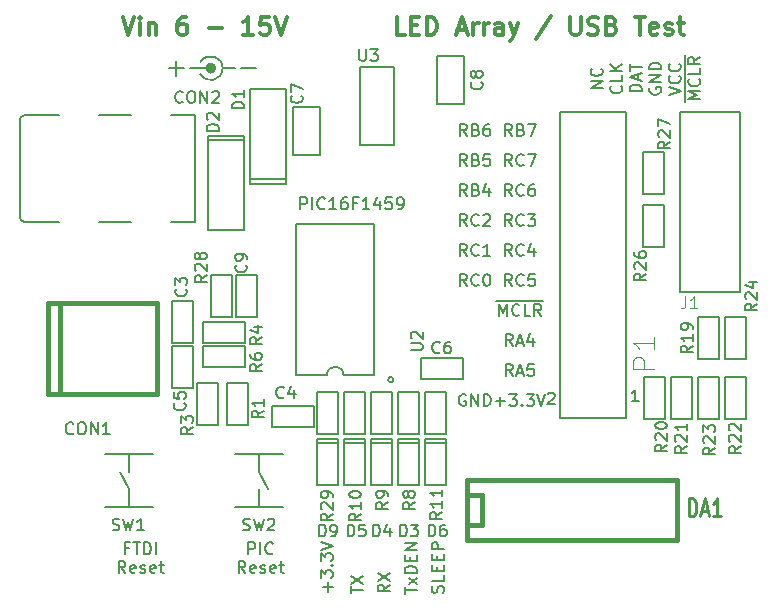
<source format=gto>
G04 (created by PCBNEW (2013-07-07 BZR 4022)-stable) date 3/3/2015 11:44:30 PM*
%MOIN*%
G04 Gerber Fmt 3.4, Leading zero omitted, Abs format*
%FSLAX34Y34*%
G01*
G70*
G90*
G04 APERTURE LIST*
%ADD10C,0.00590551*%
%ADD11C,0.006*%
%ADD12C,0.00787402*%
%ADD13C,0.015*%
%ADD14C,0.011811*%
%ADD15C,0.008*%
%ADD16C,0.0035*%
%ADD17C,0.01125*%
%ADD18C,0.012*%
G04 APERTURE END LIST*
G54D10*
G54D11*
X51911Y-39045D02*
X51511Y-39045D01*
X51797Y-38911D01*
X51511Y-38778D01*
X51911Y-38778D01*
X51873Y-38359D02*
X51892Y-38378D01*
X51911Y-38435D01*
X51911Y-38473D01*
X51892Y-38530D01*
X51854Y-38569D01*
X51816Y-38588D01*
X51740Y-38607D01*
X51683Y-38607D01*
X51607Y-38588D01*
X51569Y-38569D01*
X51530Y-38530D01*
X51511Y-38473D01*
X51511Y-38435D01*
X51530Y-38378D01*
X51550Y-38359D01*
X51911Y-37997D02*
X51911Y-38188D01*
X51511Y-38188D01*
X51911Y-37635D02*
X51721Y-37769D01*
X51911Y-37864D02*
X51511Y-37864D01*
X51511Y-37711D01*
X51530Y-37673D01*
X51550Y-37654D01*
X51588Y-37635D01*
X51645Y-37635D01*
X51683Y-37654D01*
X51702Y-37673D01*
X51721Y-37711D01*
X51721Y-37864D01*
X51420Y-39140D02*
X51420Y-37559D01*
X50861Y-38883D02*
X51261Y-38749D01*
X50861Y-38616D01*
X51223Y-38254D02*
X51242Y-38273D01*
X51261Y-38330D01*
X51261Y-38369D01*
X51242Y-38426D01*
X51204Y-38464D01*
X51166Y-38483D01*
X51090Y-38502D01*
X51033Y-38502D01*
X50957Y-38483D01*
X50919Y-38464D01*
X50880Y-38426D01*
X50861Y-38369D01*
X50861Y-38330D01*
X50880Y-38273D01*
X50900Y-38254D01*
X51223Y-37854D02*
X51242Y-37873D01*
X51261Y-37930D01*
X51261Y-37969D01*
X51242Y-38026D01*
X51204Y-38064D01*
X51166Y-38083D01*
X51090Y-38102D01*
X51033Y-38102D01*
X50957Y-38083D01*
X50919Y-38064D01*
X50880Y-38026D01*
X50861Y-37969D01*
X50861Y-37930D01*
X50880Y-37873D01*
X50900Y-37854D01*
X50230Y-38654D02*
X50211Y-38692D01*
X50211Y-38750D01*
X50230Y-38807D01*
X50269Y-38845D01*
X50307Y-38864D01*
X50383Y-38883D01*
X50440Y-38883D01*
X50516Y-38864D01*
X50554Y-38845D01*
X50592Y-38807D01*
X50611Y-38750D01*
X50611Y-38711D01*
X50592Y-38654D01*
X50573Y-38635D01*
X50440Y-38635D01*
X50440Y-38711D01*
X50611Y-38464D02*
X50211Y-38464D01*
X50611Y-38235D01*
X50211Y-38235D01*
X50611Y-38045D02*
X50211Y-38045D01*
X50211Y-37949D01*
X50230Y-37892D01*
X50269Y-37854D01*
X50307Y-37835D01*
X50383Y-37816D01*
X50440Y-37816D01*
X50516Y-37835D01*
X50554Y-37854D01*
X50592Y-37892D01*
X50611Y-37949D01*
X50611Y-38045D01*
X49961Y-38778D02*
X49561Y-38778D01*
X49561Y-38683D01*
X49580Y-38626D01*
X49619Y-38588D01*
X49657Y-38569D01*
X49733Y-38550D01*
X49790Y-38550D01*
X49866Y-38569D01*
X49904Y-38588D01*
X49942Y-38626D01*
X49961Y-38683D01*
X49961Y-38778D01*
X49847Y-38397D02*
X49847Y-38207D01*
X49961Y-38435D02*
X49561Y-38302D01*
X49961Y-38169D01*
X49561Y-38092D02*
X49561Y-37864D01*
X49961Y-37978D02*
X49561Y-37978D01*
X49273Y-38588D02*
X49292Y-38607D01*
X49311Y-38664D01*
X49311Y-38702D01*
X49292Y-38759D01*
X49254Y-38797D01*
X49216Y-38816D01*
X49140Y-38835D01*
X49083Y-38835D01*
X49007Y-38816D01*
X48969Y-38797D01*
X48930Y-38759D01*
X48911Y-38702D01*
X48911Y-38664D01*
X48930Y-38607D01*
X48950Y-38588D01*
X49311Y-38226D02*
X49311Y-38416D01*
X48911Y-38416D01*
X49311Y-38092D02*
X48911Y-38092D01*
X49311Y-37864D02*
X49083Y-38035D01*
X48911Y-37864D02*
X49140Y-38092D01*
X48661Y-38664D02*
X48261Y-38664D01*
X48661Y-38435D01*
X48261Y-38435D01*
X48623Y-38016D02*
X48642Y-38035D01*
X48661Y-38092D01*
X48661Y-38130D01*
X48642Y-38188D01*
X48604Y-38226D01*
X48566Y-38245D01*
X48490Y-38264D01*
X48433Y-38264D01*
X48357Y-38245D01*
X48319Y-38226D01*
X48280Y-38188D01*
X48261Y-38130D01*
X48261Y-38092D01*
X48280Y-38035D01*
X48300Y-38016D01*
G54D12*
X36600Y-38000D02*
X37100Y-38000D01*
X36000Y-38000D02*
X36400Y-38000D01*
X34450Y-38000D02*
X34450Y-38250D01*
X34450Y-38000D02*
X34450Y-37750D01*
X34200Y-38000D02*
X34450Y-38000D01*
X34700Y-38000D02*
X34200Y-38000D01*
G54D13*
X35700Y-38000D02*
G75*
G03X35700Y-38000I-100J0D01*
G74*
G01*
G54D12*
X35750Y-38000D02*
G75*
G03X35750Y-38000I-150J0D01*
G74*
G01*
X35600Y-38000D02*
X34900Y-38000D01*
X35253Y-38200D02*
G75*
G03X36000Y-38000I346J200D01*
G74*
G01*
X35253Y-37800D02*
G75*
G02X36000Y-38000I346J-200D01*
G74*
G01*
G54D14*
X42078Y-36889D02*
X41797Y-36889D01*
X41797Y-36298D01*
X42275Y-36579D02*
X42472Y-36579D01*
X42556Y-36889D02*
X42275Y-36889D01*
X42275Y-36298D01*
X42556Y-36298D01*
X42809Y-36889D02*
X42809Y-36298D01*
X42950Y-36298D01*
X43034Y-36326D01*
X43091Y-36382D01*
X43119Y-36439D01*
X43147Y-36551D01*
X43147Y-36635D01*
X43119Y-36748D01*
X43091Y-36804D01*
X43034Y-36860D01*
X42950Y-36889D01*
X42809Y-36889D01*
X43822Y-36720D02*
X44103Y-36720D01*
X43765Y-36889D02*
X43962Y-36298D01*
X44159Y-36889D01*
X44356Y-36889D02*
X44356Y-36495D01*
X44356Y-36607D02*
X44384Y-36551D01*
X44412Y-36523D01*
X44469Y-36495D01*
X44525Y-36495D01*
X44722Y-36889D02*
X44722Y-36495D01*
X44722Y-36607D02*
X44750Y-36551D01*
X44778Y-36523D01*
X44834Y-36495D01*
X44890Y-36495D01*
X45340Y-36889D02*
X45340Y-36579D01*
X45312Y-36523D01*
X45256Y-36495D01*
X45143Y-36495D01*
X45087Y-36523D01*
X45340Y-36860D02*
X45284Y-36889D01*
X45143Y-36889D01*
X45087Y-36860D01*
X45059Y-36804D01*
X45059Y-36748D01*
X45087Y-36692D01*
X45143Y-36664D01*
X45284Y-36664D01*
X45340Y-36635D01*
X45565Y-36495D02*
X45706Y-36889D01*
X45846Y-36495D02*
X45706Y-36889D01*
X45650Y-37029D01*
X45621Y-37057D01*
X45565Y-37085D01*
X46943Y-36270D02*
X46437Y-37029D01*
X47590Y-36298D02*
X47590Y-36776D01*
X47618Y-36832D01*
X47646Y-36860D01*
X47702Y-36889D01*
X47815Y-36889D01*
X47871Y-36860D01*
X47899Y-36832D01*
X47927Y-36776D01*
X47927Y-36298D01*
X48181Y-36860D02*
X48265Y-36889D01*
X48406Y-36889D01*
X48462Y-36860D01*
X48490Y-36832D01*
X48518Y-36776D01*
X48518Y-36720D01*
X48490Y-36664D01*
X48462Y-36635D01*
X48406Y-36607D01*
X48293Y-36579D01*
X48237Y-36551D01*
X48209Y-36523D01*
X48181Y-36467D01*
X48181Y-36410D01*
X48209Y-36354D01*
X48237Y-36326D01*
X48293Y-36298D01*
X48434Y-36298D01*
X48518Y-36326D01*
X48968Y-36579D02*
X49052Y-36607D01*
X49080Y-36635D01*
X49109Y-36692D01*
X49109Y-36776D01*
X49080Y-36832D01*
X49052Y-36860D01*
X48996Y-36889D01*
X48771Y-36889D01*
X48771Y-36298D01*
X48968Y-36298D01*
X49024Y-36326D01*
X49052Y-36354D01*
X49080Y-36410D01*
X49080Y-36467D01*
X49052Y-36523D01*
X49024Y-36551D01*
X48968Y-36579D01*
X48771Y-36579D01*
X49727Y-36298D02*
X50065Y-36298D01*
X49896Y-36889D02*
X49896Y-36298D01*
X50487Y-36860D02*
X50430Y-36889D01*
X50318Y-36889D01*
X50262Y-36860D01*
X50233Y-36804D01*
X50233Y-36579D01*
X50262Y-36523D01*
X50318Y-36495D01*
X50430Y-36495D01*
X50487Y-36523D01*
X50515Y-36579D01*
X50515Y-36635D01*
X50233Y-36692D01*
X50740Y-36860D02*
X50796Y-36889D01*
X50908Y-36889D01*
X50965Y-36860D01*
X50993Y-36804D01*
X50993Y-36776D01*
X50965Y-36720D01*
X50908Y-36692D01*
X50824Y-36692D01*
X50768Y-36664D01*
X50740Y-36607D01*
X50740Y-36579D01*
X50768Y-36523D01*
X50824Y-36495D01*
X50908Y-36495D01*
X50965Y-36523D01*
X51161Y-36495D02*
X51386Y-36495D01*
X51246Y-36298D02*
X51246Y-36804D01*
X51274Y-36860D01*
X51330Y-36889D01*
X51386Y-36889D01*
G54D11*
X38585Y-42711D02*
X38585Y-42311D01*
X38738Y-42311D01*
X38776Y-42330D01*
X38795Y-42350D01*
X38814Y-42388D01*
X38814Y-42445D01*
X38795Y-42483D01*
X38776Y-42502D01*
X38738Y-42521D01*
X38585Y-42521D01*
X38985Y-42711D02*
X38985Y-42311D01*
X39404Y-42673D02*
X39385Y-42692D01*
X39328Y-42711D01*
X39290Y-42711D01*
X39233Y-42692D01*
X39195Y-42654D01*
X39176Y-42616D01*
X39157Y-42540D01*
X39157Y-42483D01*
X39176Y-42407D01*
X39195Y-42369D01*
X39233Y-42330D01*
X39290Y-42311D01*
X39328Y-42311D01*
X39385Y-42330D01*
X39404Y-42350D01*
X39785Y-42711D02*
X39557Y-42711D01*
X39671Y-42711D02*
X39671Y-42311D01*
X39633Y-42369D01*
X39595Y-42407D01*
X39557Y-42426D01*
X40128Y-42311D02*
X40052Y-42311D01*
X40014Y-42330D01*
X39995Y-42350D01*
X39957Y-42407D01*
X39938Y-42483D01*
X39938Y-42635D01*
X39957Y-42673D01*
X39976Y-42692D01*
X40014Y-42711D01*
X40090Y-42711D01*
X40128Y-42692D01*
X40147Y-42673D01*
X40166Y-42635D01*
X40166Y-42540D01*
X40147Y-42502D01*
X40128Y-42483D01*
X40090Y-42464D01*
X40014Y-42464D01*
X39976Y-42483D01*
X39957Y-42502D01*
X39938Y-42540D01*
X40471Y-42502D02*
X40338Y-42502D01*
X40338Y-42711D02*
X40338Y-42311D01*
X40528Y-42311D01*
X40890Y-42711D02*
X40661Y-42711D01*
X40776Y-42711D02*
X40776Y-42311D01*
X40738Y-42369D01*
X40700Y-42407D01*
X40661Y-42426D01*
X41233Y-42445D02*
X41233Y-42711D01*
X41138Y-42292D02*
X41042Y-42578D01*
X41290Y-42578D01*
X41633Y-42311D02*
X41442Y-42311D01*
X41423Y-42502D01*
X41442Y-42483D01*
X41480Y-42464D01*
X41576Y-42464D01*
X41614Y-42483D01*
X41633Y-42502D01*
X41652Y-42540D01*
X41652Y-42635D01*
X41633Y-42673D01*
X41614Y-42692D01*
X41576Y-42711D01*
X41480Y-42711D01*
X41442Y-42692D01*
X41423Y-42673D01*
X41842Y-42711D02*
X41919Y-42711D01*
X41957Y-42692D01*
X41976Y-42673D01*
X42014Y-42616D01*
X42033Y-42540D01*
X42033Y-42388D01*
X42014Y-42350D01*
X41995Y-42330D01*
X41957Y-42311D01*
X41880Y-42311D01*
X41842Y-42330D01*
X41823Y-42350D01*
X41804Y-42388D01*
X41804Y-42483D01*
X41823Y-42521D01*
X41842Y-42540D01*
X41880Y-42559D01*
X41957Y-42559D01*
X41995Y-42540D01*
X42014Y-42521D01*
X42033Y-42483D01*
X43342Y-55488D02*
X43361Y-55430D01*
X43361Y-55335D01*
X43342Y-55297D01*
X43323Y-55278D01*
X43285Y-55259D01*
X43247Y-55259D01*
X43209Y-55278D01*
X43190Y-55297D01*
X43171Y-55335D01*
X43152Y-55411D01*
X43133Y-55449D01*
X43114Y-55469D01*
X43076Y-55488D01*
X43038Y-55488D01*
X43000Y-55469D01*
X42980Y-55449D01*
X42961Y-55411D01*
X42961Y-55316D01*
X42980Y-55259D01*
X43361Y-54897D02*
X43361Y-55088D01*
X42961Y-55088D01*
X43152Y-54764D02*
X43152Y-54630D01*
X43361Y-54573D02*
X43361Y-54764D01*
X42961Y-54764D01*
X42961Y-54573D01*
X43152Y-54402D02*
X43152Y-54269D01*
X43361Y-54211D02*
X43361Y-54402D01*
X42961Y-54402D01*
X42961Y-54211D01*
X43361Y-54040D02*
X42961Y-54040D01*
X42961Y-53888D01*
X42980Y-53850D01*
X43000Y-53830D01*
X43038Y-53811D01*
X43095Y-53811D01*
X43133Y-53830D01*
X43152Y-53850D01*
X43171Y-53888D01*
X43171Y-54040D01*
X42061Y-55516D02*
X42061Y-55288D01*
X42461Y-55402D02*
X42061Y-55402D01*
X42461Y-55192D02*
X42195Y-54983D01*
X42195Y-55192D02*
X42461Y-54983D01*
X42461Y-54830D02*
X42061Y-54830D01*
X42061Y-54735D01*
X42080Y-54678D01*
X42119Y-54640D01*
X42157Y-54621D01*
X42233Y-54602D01*
X42290Y-54602D01*
X42366Y-54621D01*
X42404Y-54640D01*
X42442Y-54678D01*
X42461Y-54735D01*
X42461Y-54830D01*
X42252Y-54430D02*
X42252Y-54297D01*
X42461Y-54240D02*
X42461Y-54430D01*
X42061Y-54430D01*
X42061Y-54240D01*
X42461Y-54069D02*
X42061Y-54069D01*
X42461Y-53840D01*
X42061Y-53840D01*
X41561Y-55216D02*
X41371Y-55349D01*
X41561Y-55445D02*
X41161Y-55445D01*
X41161Y-55292D01*
X41180Y-55254D01*
X41200Y-55235D01*
X41238Y-55216D01*
X41295Y-55216D01*
X41333Y-55235D01*
X41352Y-55254D01*
X41371Y-55292D01*
X41371Y-55445D01*
X41161Y-55083D02*
X41561Y-54816D01*
X41161Y-54816D02*
X41561Y-55083D01*
X40261Y-55504D02*
X40261Y-55276D01*
X40661Y-55390D02*
X40261Y-55390D01*
X40261Y-55180D02*
X40661Y-54914D01*
X40261Y-54914D02*
X40661Y-55180D01*
X39509Y-55450D02*
X39509Y-55145D01*
X39661Y-55297D02*
X39357Y-55297D01*
X39261Y-54992D02*
X39261Y-54745D01*
X39414Y-54878D01*
X39414Y-54821D01*
X39433Y-54783D01*
X39452Y-54764D01*
X39490Y-54745D01*
X39585Y-54745D01*
X39623Y-54764D01*
X39642Y-54783D01*
X39661Y-54821D01*
X39661Y-54935D01*
X39642Y-54973D01*
X39623Y-54992D01*
X39623Y-54573D02*
X39642Y-54554D01*
X39661Y-54573D01*
X39642Y-54592D01*
X39623Y-54573D01*
X39661Y-54573D01*
X39261Y-54421D02*
X39261Y-54173D01*
X39414Y-54307D01*
X39414Y-54250D01*
X39433Y-54211D01*
X39452Y-54192D01*
X39490Y-54173D01*
X39585Y-54173D01*
X39623Y-54192D01*
X39642Y-54211D01*
X39661Y-54250D01*
X39661Y-54364D01*
X39642Y-54402D01*
X39623Y-54421D01*
X39261Y-54059D02*
X39661Y-53926D01*
X39261Y-53792D01*
X36850Y-54211D02*
X36850Y-53811D01*
X37002Y-53811D01*
X37040Y-53830D01*
X37059Y-53850D01*
X37078Y-53888D01*
X37078Y-53945D01*
X37059Y-53983D01*
X37040Y-54002D01*
X37002Y-54021D01*
X36850Y-54021D01*
X37250Y-54211D02*
X37250Y-53811D01*
X37669Y-54173D02*
X37650Y-54192D01*
X37592Y-54211D01*
X37554Y-54211D01*
X37497Y-54192D01*
X37459Y-54154D01*
X37440Y-54116D01*
X37421Y-54040D01*
X37421Y-53983D01*
X37440Y-53907D01*
X37459Y-53869D01*
X37497Y-53830D01*
X37554Y-53811D01*
X37592Y-53811D01*
X37650Y-53830D01*
X37669Y-53850D01*
X36754Y-54831D02*
X36621Y-54641D01*
X36526Y-54831D02*
X36526Y-54431D01*
X36678Y-54431D01*
X36716Y-54450D01*
X36735Y-54470D01*
X36754Y-54508D01*
X36754Y-54565D01*
X36735Y-54603D01*
X36716Y-54622D01*
X36678Y-54641D01*
X36526Y-54641D01*
X37078Y-54812D02*
X37040Y-54831D01*
X36964Y-54831D01*
X36926Y-54812D01*
X36907Y-54774D01*
X36907Y-54622D01*
X36926Y-54584D01*
X36964Y-54565D01*
X37040Y-54565D01*
X37078Y-54584D01*
X37097Y-54622D01*
X37097Y-54660D01*
X36907Y-54698D01*
X37250Y-54812D02*
X37288Y-54831D01*
X37364Y-54831D01*
X37402Y-54812D01*
X37421Y-54774D01*
X37421Y-54755D01*
X37402Y-54717D01*
X37364Y-54698D01*
X37307Y-54698D01*
X37269Y-54679D01*
X37250Y-54641D01*
X37250Y-54622D01*
X37269Y-54584D01*
X37307Y-54565D01*
X37364Y-54565D01*
X37402Y-54584D01*
X37745Y-54812D02*
X37707Y-54831D01*
X37630Y-54831D01*
X37592Y-54812D01*
X37573Y-54774D01*
X37573Y-54622D01*
X37592Y-54584D01*
X37630Y-54565D01*
X37707Y-54565D01*
X37745Y-54584D01*
X37764Y-54622D01*
X37764Y-54660D01*
X37573Y-54698D01*
X37878Y-54565D02*
X38030Y-54565D01*
X37935Y-54431D02*
X37935Y-54774D01*
X37954Y-54812D01*
X37992Y-54831D01*
X38030Y-54831D01*
X32859Y-54002D02*
X32726Y-54002D01*
X32726Y-54211D02*
X32726Y-53811D01*
X32916Y-53811D01*
X33011Y-53811D02*
X33240Y-53811D01*
X33126Y-54211D02*
X33126Y-53811D01*
X33373Y-54211D02*
X33373Y-53811D01*
X33469Y-53811D01*
X33526Y-53830D01*
X33564Y-53869D01*
X33583Y-53907D01*
X33602Y-53983D01*
X33602Y-54040D01*
X33583Y-54116D01*
X33564Y-54154D01*
X33526Y-54192D01*
X33469Y-54211D01*
X33373Y-54211D01*
X33773Y-54211D02*
X33773Y-53811D01*
X32754Y-54831D02*
X32621Y-54641D01*
X32526Y-54831D02*
X32526Y-54431D01*
X32678Y-54431D01*
X32716Y-54450D01*
X32735Y-54470D01*
X32754Y-54508D01*
X32754Y-54565D01*
X32735Y-54603D01*
X32716Y-54622D01*
X32678Y-54641D01*
X32526Y-54641D01*
X33078Y-54812D02*
X33040Y-54831D01*
X32964Y-54831D01*
X32926Y-54812D01*
X32907Y-54774D01*
X32907Y-54622D01*
X32926Y-54584D01*
X32964Y-54565D01*
X33040Y-54565D01*
X33078Y-54584D01*
X33097Y-54622D01*
X33097Y-54660D01*
X32907Y-54698D01*
X33250Y-54812D02*
X33288Y-54831D01*
X33364Y-54831D01*
X33402Y-54812D01*
X33421Y-54774D01*
X33421Y-54755D01*
X33402Y-54717D01*
X33364Y-54698D01*
X33307Y-54698D01*
X33269Y-54679D01*
X33250Y-54641D01*
X33250Y-54622D01*
X33269Y-54584D01*
X33307Y-54565D01*
X33364Y-54565D01*
X33402Y-54584D01*
X33745Y-54812D02*
X33707Y-54831D01*
X33630Y-54831D01*
X33592Y-54812D01*
X33573Y-54774D01*
X33573Y-54622D01*
X33592Y-54584D01*
X33630Y-54565D01*
X33707Y-54565D01*
X33745Y-54584D01*
X33764Y-54622D01*
X33764Y-54660D01*
X33573Y-54698D01*
X33878Y-54565D02*
X34030Y-54565D01*
X33935Y-54431D02*
X33935Y-54774D01*
X33954Y-54812D01*
X33992Y-54831D01*
X34030Y-54831D01*
X45661Y-48261D02*
X45528Y-48071D01*
X45433Y-48261D02*
X45433Y-47861D01*
X45585Y-47861D01*
X45623Y-47880D01*
X45642Y-47900D01*
X45661Y-47938D01*
X45661Y-47995D01*
X45642Y-48033D01*
X45623Y-48052D01*
X45585Y-48071D01*
X45433Y-48071D01*
X45814Y-48147D02*
X46004Y-48147D01*
X45776Y-48261D02*
X45909Y-47861D01*
X46042Y-48261D01*
X46366Y-47861D02*
X46176Y-47861D01*
X46157Y-48052D01*
X46176Y-48033D01*
X46214Y-48014D01*
X46309Y-48014D01*
X46347Y-48033D01*
X46366Y-48052D01*
X46385Y-48090D01*
X46385Y-48185D01*
X46366Y-48223D01*
X46347Y-48242D01*
X46309Y-48261D01*
X46214Y-48261D01*
X46176Y-48242D01*
X46157Y-48223D01*
X45100Y-49109D02*
X45404Y-49109D01*
X45252Y-49261D02*
X45252Y-48957D01*
X45557Y-48861D02*
X45804Y-48861D01*
X45671Y-49014D01*
X45728Y-49014D01*
X45766Y-49033D01*
X45785Y-49052D01*
X45804Y-49090D01*
X45804Y-49185D01*
X45785Y-49223D01*
X45766Y-49242D01*
X45728Y-49261D01*
X45614Y-49261D01*
X45576Y-49242D01*
X45557Y-49223D01*
X45976Y-49223D02*
X45995Y-49242D01*
X45976Y-49261D01*
X45957Y-49242D01*
X45976Y-49223D01*
X45976Y-49261D01*
X46128Y-48861D02*
X46376Y-48861D01*
X46242Y-49014D01*
X46300Y-49014D01*
X46338Y-49033D01*
X46357Y-49052D01*
X46376Y-49090D01*
X46376Y-49185D01*
X46357Y-49223D01*
X46338Y-49242D01*
X46300Y-49261D01*
X46185Y-49261D01*
X46147Y-49242D01*
X46128Y-49223D01*
X46490Y-48861D02*
X46623Y-49261D01*
X46757Y-48861D01*
X44095Y-48880D02*
X44057Y-48861D01*
X44000Y-48861D01*
X43942Y-48880D01*
X43904Y-48919D01*
X43885Y-48957D01*
X43866Y-49033D01*
X43866Y-49090D01*
X43885Y-49166D01*
X43904Y-49204D01*
X43942Y-49242D01*
X44000Y-49261D01*
X44038Y-49261D01*
X44095Y-49242D01*
X44114Y-49223D01*
X44114Y-49090D01*
X44038Y-49090D01*
X44285Y-49261D02*
X44285Y-48861D01*
X44514Y-49261D01*
X44514Y-48861D01*
X44704Y-49261D02*
X44704Y-48861D01*
X44800Y-48861D01*
X44857Y-48880D01*
X44895Y-48919D01*
X44914Y-48957D01*
X44933Y-49033D01*
X44933Y-49090D01*
X44914Y-49166D01*
X44895Y-49204D01*
X44857Y-49242D01*
X44800Y-49261D01*
X44704Y-49261D01*
X44133Y-44261D02*
X44000Y-44071D01*
X43904Y-44261D02*
X43904Y-43861D01*
X44057Y-43861D01*
X44095Y-43880D01*
X44114Y-43900D01*
X44133Y-43938D01*
X44133Y-43995D01*
X44114Y-44033D01*
X44095Y-44052D01*
X44057Y-44071D01*
X43904Y-44071D01*
X44533Y-44223D02*
X44514Y-44242D01*
X44457Y-44261D01*
X44419Y-44261D01*
X44361Y-44242D01*
X44323Y-44204D01*
X44304Y-44166D01*
X44285Y-44090D01*
X44285Y-44033D01*
X44304Y-43957D01*
X44323Y-43919D01*
X44361Y-43880D01*
X44419Y-43861D01*
X44457Y-43861D01*
X44514Y-43880D01*
X44533Y-43900D01*
X44914Y-44261D02*
X44685Y-44261D01*
X44800Y-44261D02*
X44800Y-43861D01*
X44761Y-43919D01*
X44723Y-43957D01*
X44685Y-43976D01*
X45633Y-44261D02*
X45500Y-44071D01*
X45404Y-44261D02*
X45404Y-43861D01*
X45557Y-43861D01*
X45595Y-43880D01*
X45614Y-43900D01*
X45633Y-43938D01*
X45633Y-43995D01*
X45614Y-44033D01*
X45595Y-44052D01*
X45557Y-44071D01*
X45404Y-44071D01*
X46033Y-44223D02*
X46014Y-44242D01*
X45957Y-44261D01*
X45919Y-44261D01*
X45861Y-44242D01*
X45823Y-44204D01*
X45804Y-44166D01*
X45785Y-44090D01*
X45785Y-44033D01*
X45804Y-43957D01*
X45823Y-43919D01*
X45861Y-43880D01*
X45919Y-43861D01*
X45957Y-43861D01*
X46014Y-43880D01*
X46033Y-43900D01*
X46376Y-43995D02*
X46376Y-44261D01*
X46280Y-43842D02*
X46185Y-44128D01*
X46433Y-44128D01*
X45633Y-45261D02*
X45500Y-45071D01*
X45404Y-45261D02*
X45404Y-44861D01*
X45557Y-44861D01*
X45595Y-44880D01*
X45614Y-44900D01*
X45633Y-44938D01*
X45633Y-44995D01*
X45614Y-45033D01*
X45595Y-45052D01*
X45557Y-45071D01*
X45404Y-45071D01*
X46033Y-45223D02*
X46014Y-45242D01*
X45957Y-45261D01*
X45919Y-45261D01*
X45861Y-45242D01*
X45823Y-45204D01*
X45804Y-45166D01*
X45785Y-45090D01*
X45785Y-45033D01*
X45804Y-44957D01*
X45823Y-44919D01*
X45861Y-44880D01*
X45919Y-44861D01*
X45957Y-44861D01*
X46014Y-44880D01*
X46033Y-44900D01*
X46395Y-44861D02*
X46204Y-44861D01*
X46185Y-45052D01*
X46204Y-45033D01*
X46242Y-45014D01*
X46338Y-45014D01*
X46376Y-45033D01*
X46395Y-45052D01*
X46414Y-45090D01*
X46414Y-45185D01*
X46395Y-45223D01*
X46376Y-45242D01*
X46338Y-45261D01*
X46242Y-45261D01*
X46204Y-45242D01*
X46185Y-45223D01*
X44133Y-45261D02*
X44000Y-45071D01*
X43904Y-45261D02*
X43904Y-44861D01*
X44057Y-44861D01*
X44095Y-44880D01*
X44114Y-44900D01*
X44133Y-44938D01*
X44133Y-44995D01*
X44114Y-45033D01*
X44095Y-45052D01*
X44057Y-45071D01*
X43904Y-45071D01*
X44533Y-45223D02*
X44514Y-45242D01*
X44457Y-45261D01*
X44419Y-45261D01*
X44361Y-45242D01*
X44323Y-45204D01*
X44304Y-45166D01*
X44285Y-45090D01*
X44285Y-45033D01*
X44304Y-44957D01*
X44323Y-44919D01*
X44361Y-44880D01*
X44419Y-44861D01*
X44457Y-44861D01*
X44514Y-44880D01*
X44533Y-44900D01*
X44780Y-44861D02*
X44819Y-44861D01*
X44857Y-44880D01*
X44876Y-44900D01*
X44895Y-44938D01*
X44914Y-45014D01*
X44914Y-45109D01*
X44895Y-45185D01*
X44876Y-45223D01*
X44857Y-45242D01*
X44819Y-45261D01*
X44780Y-45261D01*
X44742Y-45242D01*
X44723Y-45223D01*
X44704Y-45185D01*
X44685Y-45109D01*
X44685Y-45014D01*
X44704Y-44938D01*
X44723Y-44900D01*
X44742Y-44880D01*
X44780Y-44861D01*
X45661Y-47261D02*
X45528Y-47071D01*
X45433Y-47261D02*
X45433Y-46861D01*
X45585Y-46861D01*
X45623Y-46880D01*
X45642Y-46900D01*
X45661Y-46938D01*
X45661Y-46995D01*
X45642Y-47033D01*
X45623Y-47052D01*
X45585Y-47071D01*
X45433Y-47071D01*
X45814Y-47147D02*
X46004Y-47147D01*
X45776Y-47261D02*
X45909Y-46861D01*
X46042Y-47261D01*
X46347Y-46995D02*
X46347Y-47261D01*
X46252Y-46842D02*
X46157Y-47128D01*
X46404Y-47128D01*
X45204Y-46261D02*
X45204Y-45861D01*
X45338Y-46147D01*
X45471Y-45861D01*
X45471Y-46261D01*
X45890Y-46223D02*
X45871Y-46242D01*
X45814Y-46261D01*
X45776Y-46261D01*
X45719Y-46242D01*
X45680Y-46204D01*
X45661Y-46166D01*
X45642Y-46090D01*
X45642Y-46033D01*
X45661Y-45957D01*
X45680Y-45919D01*
X45719Y-45880D01*
X45776Y-45861D01*
X45814Y-45861D01*
X45871Y-45880D01*
X45890Y-45900D01*
X46252Y-46261D02*
X46061Y-46261D01*
X46061Y-45861D01*
X46614Y-46261D02*
X46480Y-46071D01*
X46385Y-46261D02*
X46385Y-45861D01*
X46538Y-45861D01*
X46576Y-45880D01*
X46595Y-45900D01*
X46614Y-45938D01*
X46614Y-45995D01*
X46595Y-46033D01*
X46576Y-46052D01*
X46538Y-46071D01*
X46385Y-46071D01*
X45109Y-45770D02*
X46690Y-45770D01*
X44133Y-42261D02*
X44000Y-42071D01*
X43904Y-42261D02*
X43904Y-41861D01*
X44057Y-41861D01*
X44095Y-41880D01*
X44114Y-41900D01*
X44133Y-41938D01*
X44133Y-41995D01*
X44114Y-42033D01*
X44095Y-42052D01*
X44057Y-42071D01*
X43904Y-42071D01*
X44438Y-42052D02*
X44495Y-42071D01*
X44514Y-42090D01*
X44533Y-42128D01*
X44533Y-42185D01*
X44514Y-42223D01*
X44495Y-42242D01*
X44457Y-42261D01*
X44304Y-42261D01*
X44304Y-41861D01*
X44438Y-41861D01*
X44476Y-41880D01*
X44495Y-41900D01*
X44514Y-41938D01*
X44514Y-41976D01*
X44495Y-42014D01*
X44476Y-42033D01*
X44438Y-42052D01*
X44304Y-42052D01*
X44876Y-41995D02*
X44876Y-42261D01*
X44780Y-41842D02*
X44685Y-42128D01*
X44933Y-42128D01*
X45633Y-42261D02*
X45500Y-42071D01*
X45404Y-42261D02*
X45404Y-41861D01*
X45557Y-41861D01*
X45595Y-41880D01*
X45614Y-41900D01*
X45633Y-41938D01*
X45633Y-41995D01*
X45614Y-42033D01*
X45595Y-42052D01*
X45557Y-42071D01*
X45404Y-42071D01*
X46033Y-42223D02*
X46014Y-42242D01*
X45957Y-42261D01*
X45919Y-42261D01*
X45861Y-42242D01*
X45823Y-42204D01*
X45804Y-42166D01*
X45785Y-42090D01*
X45785Y-42033D01*
X45804Y-41957D01*
X45823Y-41919D01*
X45861Y-41880D01*
X45919Y-41861D01*
X45957Y-41861D01*
X46014Y-41880D01*
X46033Y-41900D01*
X46376Y-41861D02*
X46300Y-41861D01*
X46261Y-41880D01*
X46242Y-41900D01*
X46204Y-41957D01*
X46185Y-42033D01*
X46185Y-42185D01*
X46204Y-42223D01*
X46223Y-42242D01*
X46261Y-42261D01*
X46338Y-42261D01*
X46376Y-42242D01*
X46395Y-42223D01*
X46414Y-42185D01*
X46414Y-42090D01*
X46395Y-42052D01*
X46376Y-42033D01*
X46338Y-42014D01*
X46261Y-42014D01*
X46223Y-42033D01*
X46204Y-42052D01*
X46185Y-42090D01*
X45633Y-43261D02*
X45500Y-43071D01*
X45404Y-43261D02*
X45404Y-42861D01*
X45557Y-42861D01*
X45595Y-42880D01*
X45614Y-42900D01*
X45633Y-42938D01*
X45633Y-42995D01*
X45614Y-43033D01*
X45595Y-43052D01*
X45557Y-43071D01*
X45404Y-43071D01*
X46033Y-43223D02*
X46014Y-43242D01*
X45957Y-43261D01*
X45919Y-43261D01*
X45861Y-43242D01*
X45823Y-43204D01*
X45804Y-43166D01*
X45785Y-43090D01*
X45785Y-43033D01*
X45804Y-42957D01*
X45823Y-42919D01*
X45861Y-42880D01*
X45919Y-42861D01*
X45957Y-42861D01*
X46014Y-42880D01*
X46033Y-42900D01*
X46166Y-42861D02*
X46414Y-42861D01*
X46280Y-43014D01*
X46338Y-43014D01*
X46376Y-43033D01*
X46395Y-43052D01*
X46414Y-43090D01*
X46414Y-43185D01*
X46395Y-43223D01*
X46376Y-43242D01*
X46338Y-43261D01*
X46223Y-43261D01*
X46185Y-43242D01*
X46166Y-43223D01*
X44133Y-43261D02*
X44000Y-43071D01*
X43904Y-43261D02*
X43904Y-42861D01*
X44057Y-42861D01*
X44095Y-42880D01*
X44114Y-42900D01*
X44133Y-42938D01*
X44133Y-42995D01*
X44114Y-43033D01*
X44095Y-43052D01*
X44057Y-43071D01*
X43904Y-43071D01*
X44533Y-43223D02*
X44514Y-43242D01*
X44457Y-43261D01*
X44419Y-43261D01*
X44361Y-43242D01*
X44323Y-43204D01*
X44304Y-43166D01*
X44285Y-43090D01*
X44285Y-43033D01*
X44304Y-42957D01*
X44323Y-42919D01*
X44361Y-42880D01*
X44419Y-42861D01*
X44457Y-42861D01*
X44514Y-42880D01*
X44533Y-42900D01*
X44685Y-42900D02*
X44704Y-42880D01*
X44742Y-42861D01*
X44838Y-42861D01*
X44876Y-42880D01*
X44895Y-42900D01*
X44914Y-42938D01*
X44914Y-42976D01*
X44895Y-43033D01*
X44666Y-43261D01*
X44914Y-43261D01*
X44133Y-41261D02*
X44000Y-41071D01*
X43904Y-41261D02*
X43904Y-40861D01*
X44057Y-40861D01*
X44095Y-40880D01*
X44114Y-40900D01*
X44133Y-40938D01*
X44133Y-40995D01*
X44114Y-41033D01*
X44095Y-41052D01*
X44057Y-41071D01*
X43904Y-41071D01*
X44438Y-41052D02*
X44495Y-41071D01*
X44514Y-41090D01*
X44533Y-41128D01*
X44533Y-41185D01*
X44514Y-41223D01*
X44495Y-41242D01*
X44457Y-41261D01*
X44304Y-41261D01*
X44304Y-40861D01*
X44438Y-40861D01*
X44476Y-40880D01*
X44495Y-40900D01*
X44514Y-40938D01*
X44514Y-40976D01*
X44495Y-41014D01*
X44476Y-41033D01*
X44438Y-41052D01*
X44304Y-41052D01*
X44895Y-40861D02*
X44704Y-40861D01*
X44685Y-41052D01*
X44704Y-41033D01*
X44742Y-41014D01*
X44838Y-41014D01*
X44876Y-41033D01*
X44895Y-41052D01*
X44914Y-41090D01*
X44914Y-41185D01*
X44895Y-41223D01*
X44876Y-41242D01*
X44838Y-41261D01*
X44742Y-41261D01*
X44704Y-41242D01*
X44685Y-41223D01*
X45633Y-41261D02*
X45500Y-41071D01*
X45404Y-41261D02*
X45404Y-40861D01*
X45557Y-40861D01*
X45595Y-40880D01*
X45614Y-40900D01*
X45633Y-40938D01*
X45633Y-40995D01*
X45614Y-41033D01*
X45595Y-41052D01*
X45557Y-41071D01*
X45404Y-41071D01*
X46033Y-41223D02*
X46014Y-41242D01*
X45957Y-41261D01*
X45919Y-41261D01*
X45861Y-41242D01*
X45823Y-41204D01*
X45804Y-41166D01*
X45785Y-41090D01*
X45785Y-41033D01*
X45804Y-40957D01*
X45823Y-40919D01*
X45861Y-40880D01*
X45919Y-40861D01*
X45957Y-40861D01*
X46014Y-40880D01*
X46033Y-40900D01*
X46166Y-40861D02*
X46433Y-40861D01*
X46261Y-41261D01*
X45633Y-40261D02*
X45500Y-40071D01*
X45404Y-40261D02*
X45404Y-39861D01*
X45557Y-39861D01*
X45595Y-39880D01*
X45614Y-39900D01*
X45633Y-39938D01*
X45633Y-39995D01*
X45614Y-40033D01*
X45595Y-40052D01*
X45557Y-40071D01*
X45404Y-40071D01*
X45938Y-40052D02*
X45995Y-40071D01*
X46014Y-40090D01*
X46033Y-40128D01*
X46033Y-40185D01*
X46014Y-40223D01*
X45995Y-40242D01*
X45957Y-40261D01*
X45804Y-40261D01*
X45804Y-39861D01*
X45938Y-39861D01*
X45976Y-39880D01*
X45995Y-39900D01*
X46014Y-39938D01*
X46014Y-39976D01*
X45995Y-40014D01*
X45976Y-40033D01*
X45938Y-40052D01*
X45804Y-40052D01*
X46166Y-39861D02*
X46433Y-39861D01*
X46261Y-40261D01*
X44133Y-40261D02*
X44000Y-40071D01*
X43904Y-40261D02*
X43904Y-39861D01*
X44057Y-39861D01*
X44095Y-39880D01*
X44114Y-39900D01*
X44133Y-39938D01*
X44133Y-39995D01*
X44114Y-40033D01*
X44095Y-40052D01*
X44057Y-40071D01*
X43904Y-40071D01*
X44438Y-40052D02*
X44495Y-40071D01*
X44514Y-40090D01*
X44533Y-40128D01*
X44533Y-40185D01*
X44514Y-40223D01*
X44495Y-40242D01*
X44457Y-40261D01*
X44304Y-40261D01*
X44304Y-39861D01*
X44438Y-39861D01*
X44476Y-39880D01*
X44495Y-39900D01*
X44514Y-39938D01*
X44514Y-39976D01*
X44495Y-40014D01*
X44476Y-40033D01*
X44438Y-40052D01*
X44304Y-40052D01*
X44876Y-39861D02*
X44800Y-39861D01*
X44761Y-39880D01*
X44742Y-39900D01*
X44704Y-39957D01*
X44685Y-40033D01*
X44685Y-40185D01*
X44704Y-40223D01*
X44723Y-40242D01*
X44761Y-40261D01*
X44838Y-40261D01*
X44876Y-40242D01*
X44895Y-40223D01*
X44914Y-40185D01*
X44914Y-40090D01*
X44895Y-40052D01*
X44876Y-40033D01*
X44838Y-40014D01*
X44761Y-40014D01*
X44723Y-40033D01*
X44704Y-40052D01*
X44685Y-40090D01*
G54D14*
X32658Y-36298D02*
X32855Y-36889D01*
X33051Y-36298D01*
X33248Y-36889D02*
X33248Y-36495D01*
X33248Y-36298D02*
X33220Y-36326D01*
X33248Y-36354D01*
X33276Y-36326D01*
X33248Y-36298D01*
X33248Y-36354D01*
X33529Y-36495D02*
X33529Y-36889D01*
X33529Y-36551D02*
X33558Y-36523D01*
X33614Y-36495D01*
X33698Y-36495D01*
X33754Y-36523D01*
X33783Y-36579D01*
X33783Y-36889D01*
X34767Y-36298D02*
X34654Y-36298D01*
X34598Y-36326D01*
X34570Y-36354D01*
X34514Y-36439D01*
X34486Y-36551D01*
X34486Y-36776D01*
X34514Y-36832D01*
X34542Y-36860D01*
X34598Y-36889D01*
X34711Y-36889D01*
X34767Y-36860D01*
X34795Y-36832D01*
X34823Y-36776D01*
X34823Y-36635D01*
X34795Y-36579D01*
X34767Y-36551D01*
X34711Y-36523D01*
X34598Y-36523D01*
X34542Y-36551D01*
X34514Y-36579D01*
X34486Y-36635D01*
X35526Y-36664D02*
X35976Y-36664D01*
X37016Y-36889D02*
X36679Y-36889D01*
X36848Y-36889D02*
X36848Y-36298D01*
X36792Y-36382D01*
X36735Y-36439D01*
X36679Y-36467D01*
X37551Y-36298D02*
X37270Y-36298D01*
X37241Y-36579D01*
X37270Y-36551D01*
X37326Y-36523D01*
X37466Y-36523D01*
X37523Y-36551D01*
X37551Y-36579D01*
X37579Y-36635D01*
X37579Y-36776D01*
X37551Y-36832D01*
X37523Y-36860D01*
X37466Y-36889D01*
X37326Y-36889D01*
X37270Y-36860D01*
X37241Y-36832D01*
X37748Y-36298D02*
X37944Y-36889D01*
X38141Y-36298D01*
G54D15*
X39250Y-39300D02*
X39250Y-40900D01*
X39250Y-40900D02*
X38350Y-40900D01*
X38350Y-40900D02*
X38350Y-39300D01*
X38350Y-39300D02*
X39250Y-39300D01*
X36421Y-50858D02*
X37996Y-50858D01*
X37208Y-52039D02*
X37208Y-52629D01*
X37208Y-52629D02*
X36421Y-52629D01*
X36421Y-52629D02*
X37996Y-52629D01*
X37208Y-51448D02*
X37503Y-52039D01*
X37208Y-50858D02*
X37208Y-51448D01*
X52250Y-45450D02*
X51250Y-45450D01*
X51250Y-45450D02*
X51250Y-39450D01*
X51250Y-39450D02*
X53250Y-39450D01*
X53250Y-39450D02*
X53250Y-45450D01*
X53250Y-45450D02*
X52250Y-45450D01*
X35058Y-39578D02*
X34270Y-39578D01*
X35058Y-43121D02*
X34270Y-43121D01*
X35058Y-39578D02*
X35058Y-43121D01*
X31869Y-39578D02*
X32932Y-39578D01*
X31869Y-43121D02*
X32932Y-43121D01*
X29388Y-43121D02*
X30530Y-43121D01*
X29231Y-42964D02*
G75*
G03X29388Y-43121I157J0D01*
G74*
G01*
X29231Y-39735D02*
X29231Y-42964D01*
X29388Y-39578D02*
G75*
G03X29231Y-39735I0J-157D01*
G74*
G01*
X30530Y-39578D02*
X29388Y-39578D01*
X41692Y-39250D02*
X41692Y-40549D01*
X41692Y-40549D02*
X40590Y-40549D01*
X40590Y-40549D02*
X40590Y-37950D01*
X40590Y-37950D02*
X41692Y-37950D01*
X41692Y-37950D02*
X41692Y-39250D01*
G54D13*
X30583Y-45834D02*
X30583Y-48866D01*
X30189Y-45834D02*
X30189Y-48866D01*
X30189Y-48866D02*
X33811Y-48866D01*
X33811Y-48866D02*
X33811Y-45834D01*
X33811Y-45834D02*
X30189Y-45834D01*
G54D15*
X33665Y-52629D02*
X32090Y-52629D01*
X32877Y-51448D02*
X32877Y-50858D01*
X32877Y-50858D02*
X33665Y-50858D01*
X33665Y-50858D02*
X32090Y-50858D01*
X32877Y-52039D02*
X32582Y-51448D01*
X32877Y-52629D02*
X32877Y-52039D01*
X35500Y-43400D02*
X35500Y-40250D01*
X35500Y-40250D02*
X36700Y-40250D01*
X36700Y-40250D02*
X36700Y-43400D01*
X35500Y-40400D02*
X36700Y-40400D01*
X35500Y-43400D02*
X36700Y-43400D01*
X38100Y-38700D02*
X38100Y-41850D01*
X38100Y-41850D02*
X36900Y-41850D01*
X36900Y-41850D02*
X36900Y-38700D01*
X38100Y-41700D02*
X36900Y-41700D01*
X38100Y-38700D02*
X36900Y-38700D01*
X43450Y-48800D02*
X43450Y-50200D01*
X43450Y-50200D02*
X42750Y-50200D01*
X42750Y-50200D02*
X42750Y-48800D01*
X42750Y-48800D02*
X43450Y-48800D01*
X39850Y-48800D02*
X39850Y-50200D01*
X39850Y-50200D02*
X39150Y-50200D01*
X39150Y-50200D02*
X39150Y-48800D01*
X39150Y-48800D02*
X39850Y-48800D01*
X51850Y-47700D02*
X51850Y-46300D01*
X51850Y-46300D02*
X52550Y-46300D01*
X52550Y-46300D02*
X52550Y-47700D01*
X52550Y-47700D02*
X51850Y-47700D01*
X50050Y-49700D02*
X50050Y-48300D01*
X50050Y-48300D02*
X50750Y-48300D01*
X50750Y-48300D02*
X50750Y-49700D01*
X50750Y-49700D02*
X50050Y-49700D01*
X52750Y-49700D02*
X52750Y-48300D01*
X52750Y-48300D02*
X53450Y-48300D01*
X53450Y-48300D02*
X53450Y-49700D01*
X53450Y-49700D02*
X52750Y-49700D01*
X40750Y-48800D02*
X40750Y-50200D01*
X40750Y-50200D02*
X40050Y-50200D01*
X40050Y-50200D02*
X40050Y-48800D01*
X40050Y-48800D02*
X40750Y-48800D01*
X50950Y-49700D02*
X50950Y-48300D01*
X50950Y-48300D02*
X51650Y-48300D01*
X51650Y-48300D02*
X51650Y-49700D01*
X51650Y-49700D02*
X50950Y-49700D01*
X51850Y-49700D02*
X51850Y-48300D01*
X51850Y-48300D02*
X52550Y-48300D01*
X52550Y-48300D02*
X52550Y-49700D01*
X52550Y-49700D02*
X51850Y-49700D01*
X53450Y-46300D02*
X53450Y-47700D01*
X53450Y-47700D02*
X52750Y-47700D01*
X52750Y-47700D02*
X52750Y-46300D01*
X52750Y-46300D02*
X53450Y-46300D01*
X35350Y-47250D02*
X36750Y-47250D01*
X36750Y-47250D02*
X36750Y-47950D01*
X36750Y-47950D02*
X35350Y-47950D01*
X35350Y-47950D02*
X35350Y-47250D01*
X35350Y-46450D02*
X36750Y-46450D01*
X36750Y-46450D02*
X36750Y-47150D01*
X36750Y-47150D02*
X35350Y-47150D01*
X35350Y-47150D02*
X35350Y-46450D01*
X35850Y-48500D02*
X35850Y-49900D01*
X35850Y-49900D02*
X35150Y-49900D01*
X35150Y-49900D02*
X35150Y-48500D01*
X35150Y-48500D02*
X35850Y-48500D01*
X41650Y-48800D02*
X41650Y-50200D01*
X41650Y-50200D02*
X40950Y-50200D01*
X40950Y-50200D02*
X40950Y-48800D01*
X40950Y-48800D02*
X41650Y-48800D01*
X36450Y-46300D02*
X36450Y-44900D01*
X36450Y-44900D02*
X37150Y-44900D01*
X37150Y-44900D02*
X37150Y-46300D01*
X37150Y-46300D02*
X36450Y-46300D01*
X36850Y-48500D02*
X36850Y-49900D01*
X36850Y-49900D02*
X36150Y-49900D01*
X36150Y-49900D02*
X36150Y-48500D01*
X36150Y-48500D02*
X36850Y-48500D01*
X50000Y-43950D02*
X50000Y-42550D01*
X50000Y-42550D02*
X50700Y-42550D01*
X50700Y-42550D02*
X50700Y-43950D01*
X50700Y-43950D02*
X50000Y-43950D01*
X50000Y-42200D02*
X50000Y-40800D01*
X50000Y-40800D02*
X50700Y-40800D01*
X50700Y-40800D02*
X50700Y-42200D01*
X50700Y-42200D02*
X50000Y-42200D01*
X42550Y-48800D02*
X42550Y-50200D01*
X42550Y-50200D02*
X41850Y-50200D01*
X41850Y-50200D02*
X41850Y-48800D01*
X41850Y-48800D02*
X42550Y-48800D01*
X39150Y-50500D02*
X39150Y-50350D01*
X39150Y-50350D02*
X39850Y-50350D01*
X39850Y-50350D02*
X39850Y-50500D01*
X39150Y-51900D02*
X39150Y-50500D01*
X39150Y-50500D02*
X39850Y-50500D01*
X39850Y-50500D02*
X39850Y-51900D01*
X39850Y-51900D02*
X39150Y-51900D01*
X42750Y-50500D02*
X42750Y-50350D01*
X42750Y-50350D02*
X43450Y-50350D01*
X43450Y-50350D02*
X43450Y-50500D01*
X42750Y-51900D02*
X42750Y-50500D01*
X42750Y-50500D02*
X43450Y-50500D01*
X43450Y-50500D02*
X43450Y-51900D01*
X43450Y-51900D02*
X42750Y-51900D01*
X40050Y-50500D02*
X40050Y-50350D01*
X40050Y-50350D02*
X40750Y-50350D01*
X40750Y-50350D02*
X40750Y-50500D01*
X40050Y-51900D02*
X40050Y-50500D01*
X40050Y-50500D02*
X40750Y-50500D01*
X40750Y-50500D02*
X40750Y-51900D01*
X40750Y-51900D02*
X40050Y-51900D01*
X40950Y-50500D02*
X40950Y-50350D01*
X40950Y-50350D02*
X41650Y-50350D01*
X41650Y-50350D02*
X41650Y-50500D01*
X40950Y-51900D02*
X40950Y-50500D01*
X40950Y-50500D02*
X41650Y-50500D01*
X41650Y-50500D02*
X41650Y-51900D01*
X41650Y-51900D02*
X40950Y-51900D01*
X41850Y-50500D02*
X41850Y-50350D01*
X41850Y-50350D02*
X42550Y-50350D01*
X42550Y-50350D02*
X42550Y-50500D01*
X41850Y-51900D02*
X41850Y-50500D01*
X41850Y-50500D02*
X42550Y-50500D01*
X42550Y-50500D02*
X42550Y-51900D01*
X42550Y-51900D02*
X41850Y-51900D01*
X44050Y-37600D02*
X44050Y-39200D01*
X44050Y-39200D02*
X43150Y-39200D01*
X43150Y-39200D02*
X43150Y-37600D01*
X43150Y-37600D02*
X44050Y-37600D01*
X37625Y-49275D02*
X39025Y-49275D01*
X39025Y-49275D02*
X39025Y-49975D01*
X39025Y-49975D02*
X37625Y-49975D01*
X37625Y-49975D02*
X37625Y-49275D01*
X36300Y-44900D02*
X36300Y-46300D01*
X36300Y-46300D02*
X35600Y-46300D01*
X35600Y-46300D02*
X35600Y-44900D01*
X35600Y-44900D02*
X36300Y-44900D01*
X35000Y-45750D02*
X35000Y-47150D01*
X35000Y-47150D02*
X34300Y-47150D01*
X34300Y-47150D02*
X34300Y-45750D01*
X34300Y-45750D02*
X35000Y-45750D01*
X34300Y-48650D02*
X34300Y-47250D01*
X34300Y-47250D02*
X35000Y-47250D01*
X35000Y-47250D02*
X35000Y-48650D01*
X35000Y-48650D02*
X34300Y-48650D01*
X44000Y-48350D02*
X42600Y-48350D01*
X42600Y-48350D02*
X42600Y-47650D01*
X42600Y-47650D02*
X44000Y-47650D01*
X44000Y-47650D02*
X44000Y-48350D01*
G54D13*
X44141Y-51728D02*
X51141Y-51728D01*
X51141Y-53728D02*
X44141Y-53728D01*
X44141Y-53728D02*
X44141Y-51728D01*
X44141Y-52228D02*
X44641Y-52228D01*
X44641Y-52228D02*
X44641Y-53228D01*
X44641Y-53228D02*
X44141Y-53228D01*
X51141Y-51728D02*
X51141Y-53728D01*
G54D15*
X41688Y-48383D02*
G75*
G03X41688Y-48383I-88J0D01*
G74*
G01*
X39474Y-48225D02*
X38450Y-48225D01*
X40025Y-48225D02*
X41048Y-48225D01*
X40025Y-48225D02*
G75*
G03X39474Y-48225I-275J0D01*
G74*
G01*
X38450Y-48225D02*
X38450Y-43186D01*
X38450Y-43186D02*
X41048Y-43186D01*
X41048Y-43186D02*
X41048Y-48225D01*
X47250Y-49650D02*
X49450Y-49650D01*
X49450Y-49650D02*
X49450Y-39450D01*
X49450Y-39450D02*
X47250Y-39450D01*
X47250Y-39450D02*
X47250Y-49650D01*
G54D10*
X38621Y-38915D02*
X38640Y-38934D01*
X38659Y-38990D01*
X38659Y-39028D01*
X38640Y-39084D01*
X38603Y-39121D01*
X38565Y-39140D01*
X38490Y-39159D01*
X38434Y-39159D01*
X38359Y-39140D01*
X38321Y-39121D01*
X38284Y-39084D01*
X38265Y-39028D01*
X38265Y-38990D01*
X38284Y-38934D01*
X38303Y-38915D01*
X38265Y-38784D02*
X38265Y-38521D01*
X38659Y-38690D01*
X36675Y-53390D02*
X36731Y-53409D01*
X36825Y-53409D01*
X36862Y-53390D01*
X36881Y-53371D01*
X36900Y-53334D01*
X36900Y-53296D01*
X36881Y-53259D01*
X36862Y-53240D01*
X36825Y-53221D01*
X36750Y-53203D01*
X36712Y-53184D01*
X36693Y-53165D01*
X36675Y-53128D01*
X36675Y-53090D01*
X36693Y-53053D01*
X36712Y-53034D01*
X36750Y-53015D01*
X36843Y-53015D01*
X36900Y-53034D01*
X37031Y-53015D02*
X37125Y-53409D01*
X37200Y-53128D01*
X37274Y-53409D01*
X37368Y-53015D01*
X37499Y-53053D02*
X37518Y-53034D01*
X37556Y-53015D01*
X37649Y-53015D01*
X37687Y-53034D01*
X37706Y-53053D01*
X37724Y-53090D01*
X37724Y-53128D01*
X37706Y-53184D01*
X37481Y-53409D01*
X37724Y-53409D01*
G54D16*
X51416Y-45611D02*
X51416Y-45897D01*
X51397Y-45954D01*
X51359Y-45992D01*
X51302Y-46011D01*
X51264Y-46011D01*
X51816Y-46011D02*
X51588Y-46011D01*
X51702Y-46011D02*
X51702Y-45611D01*
X51664Y-45669D01*
X51626Y-45707D01*
X51588Y-45726D01*
G54D15*
X34664Y-39123D02*
X34645Y-39142D01*
X34588Y-39161D01*
X34550Y-39161D01*
X34492Y-39142D01*
X34454Y-39104D01*
X34435Y-39066D01*
X34416Y-38990D01*
X34416Y-38933D01*
X34435Y-38857D01*
X34454Y-38819D01*
X34492Y-38780D01*
X34550Y-38761D01*
X34588Y-38761D01*
X34645Y-38780D01*
X34664Y-38800D01*
X34911Y-38761D02*
X34988Y-38761D01*
X35026Y-38780D01*
X35064Y-38819D01*
X35083Y-38895D01*
X35083Y-39028D01*
X35064Y-39104D01*
X35026Y-39142D01*
X34988Y-39161D01*
X34911Y-39161D01*
X34873Y-39142D01*
X34835Y-39104D01*
X34816Y-39028D01*
X34816Y-38895D01*
X34835Y-38819D01*
X34873Y-38780D01*
X34911Y-38761D01*
X35254Y-39161D02*
X35254Y-38761D01*
X35483Y-39161D01*
X35483Y-38761D01*
X35654Y-38800D02*
X35673Y-38780D01*
X35711Y-38761D01*
X35807Y-38761D01*
X35845Y-38780D01*
X35864Y-38800D01*
X35883Y-38838D01*
X35883Y-38876D01*
X35864Y-38933D01*
X35635Y-39161D01*
X35883Y-39161D01*
G54D10*
X40550Y-37365D02*
X40550Y-37684D01*
X40568Y-37721D01*
X40587Y-37740D01*
X40625Y-37759D01*
X40700Y-37759D01*
X40737Y-37740D01*
X40756Y-37721D01*
X40775Y-37684D01*
X40775Y-37365D01*
X40924Y-37365D02*
X41168Y-37365D01*
X41037Y-37515D01*
X41093Y-37515D01*
X41131Y-37534D01*
X41149Y-37553D01*
X41168Y-37590D01*
X41168Y-37684D01*
X41149Y-37721D01*
X41131Y-37740D01*
X41093Y-37759D01*
X40981Y-37759D01*
X40943Y-37740D01*
X40924Y-37721D01*
G54D15*
X31014Y-50173D02*
X30995Y-50192D01*
X30938Y-50211D01*
X30900Y-50211D01*
X30842Y-50192D01*
X30804Y-50154D01*
X30785Y-50116D01*
X30766Y-50040D01*
X30766Y-49983D01*
X30785Y-49907D01*
X30804Y-49869D01*
X30842Y-49830D01*
X30900Y-49811D01*
X30938Y-49811D01*
X30995Y-49830D01*
X31014Y-49850D01*
X31261Y-49811D02*
X31338Y-49811D01*
X31376Y-49830D01*
X31414Y-49869D01*
X31433Y-49945D01*
X31433Y-50078D01*
X31414Y-50154D01*
X31376Y-50192D01*
X31338Y-50211D01*
X31261Y-50211D01*
X31223Y-50192D01*
X31185Y-50154D01*
X31166Y-50078D01*
X31166Y-49945D01*
X31185Y-49869D01*
X31223Y-49830D01*
X31261Y-49811D01*
X31604Y-50211D02*
X31604Y-49811D01*
X31833Y-50211D01*
X31833Y-49811D01*
X32233Y-50211D02*
X32004Y-50211D01*
X32119Y-50211D02*
X32119Y-49811D01*
X32080Y-49869D01*
X32042Y-49907D01*
X32004Y-49926D01*
G54D10*
X32325Y-53390D02*
X32381Y-53409D01*
X32475Y-53409D01*
X32512Y-53390D01*
X32531Y-53371D01*
X32550Y-53334D01*
X32550Y-53296D01*
X32531Y-53259D01*
X32512Y-53240D01*
X32475Y-53221D01*
X32400Y-53203D01*
X32362Y-53184D01*
X32343Y-53165D01*
X32325Y-53128D01*
X32325Y-53090D01*
X32343Y-53053D01*
X32362Y-53034D01*
X32400Y-53015D01*
X32493Y-53015D01*
X32550Y-53034D01*
X32681Y-53015D02*
X32775Y-53409D01*
X32850Y-53128D01*
X32924Y-53409D01*
X33018Y-53015D01*
X33374Y-53409D02*
X33149Y-53409D01*
X33262Y-53409D02*
X33262Y-53015D01*
X33224Y-53071D01*
X33187Y-53109D01*
X33149Y-53128D01*
X35859Y-40090D02*
X35465Y-40090D01*
X35465Y-39996D01*
X35484Y-39940D01*
X35521Y-39903D01*
X35559Y-39884D01*
X35634Y-39865D01*
X35690Y-39865D01*
X35765Y-39884D01*
X35803Y-39903D01*
X35840Y-39940D01*
X35859Y-39996D01*
X35859Y-40090D01*
X35503Y-39715D02*
X35484Y-39696D01*
X35465Y-39659D01*
X35465Y-39565D01*
X35484Y-39528D01*
X35503Y-39509D01*
X35540Y-39490D01*
X35578Y-39490D01*
X35634Y-39509D01*
X35859Y-39734D01*
X35859Y-39490D01*
X36709Y-39340D02*
X36315Y-39340D01*
X36315Y-39246D01*
X36334Y-39190D01*
X36371Y-39153D01*
X36409Y-39134D01*
X36484Y-39115D01*
X36540Y-39115D01*
X36615Y-39134D01*
X36653Y-39153D01*
X36690Y-39190D01*
X36709Y-39246D01*
X36709Y-39340D01*
X36709Y-38740D02*
X36709Y-38965D01*
X36709Y-38853D02*
X36315Y-38853D01*
X36371Y-38890D01*
X36409Y-38928D01*
X36428Y-38965D01*
X43309Y-52803D02*
X43121Y-52934D01*
X43309Y-53028D02*
X42915Y-53028D01*
X42915Y-52878D01*
X42934Y-52840D01*
X42953Y-52821D01*
X42990Y-52803D01*
X43046Y-52803D01*
X43084Y-52821D01*
X43103Y-52840D01*
X43121Y-52878D01*
X43121Y-53028D01*
X43309Y-52428D02*
X43309Y-52653D01*
X43309Y-52540D02*
X42915Y-52540D01*
X42971Y-52578D01*
X43009Y-52615D01*
X43028Y-52653D01*
X43309Y-52053D02*
X43309Y-52278D01*
X43309Y-52165D02*
X42915Y-52165D01*
X42971Y-52203D01*
X43009Y-52240D01*
X43028Y-52278D01*
X39659Y-52853D02*
X39471Y-52984D01*
X39659Y-53078D02*
X39265Y-53078D01*
X39265Y-52928D01*
X39284Y-52890D01*
X39303Y-52871D01*
X39340Y-52853D01*
X39396Y-52853D01*
X39434Y-52871D01*
X39453Y-52890D01*
X39471Y-52928D01*
X39471Y-53078D01*
X39303Y-52703D02*
X39284Y-52684D01*
X39265Y-52646D01*
X39265Y-52553D01*
X39284Y-52515D01*
X39303Y-52496D01*
X39340Y-52478D01*
X39378Y-52478D01*
X39434Y-52496D01*
X39659Y-52721D01*
X39659Y-52478D01*
X39659Y-52290D02*
X39659Y-52215D01*
X39640Y-52178D01*
X39621Y-52159D01*
X39565Y-52121D01*
X39490Y-52103D01*
X39340Y-52103D01*
X39303Y-52121D01*
X39284Y-52140D01*
X39265Y-52178D01*
X39265Y-52253D01*
X39284Y-52290D01*
X39303Y-52309D01*
X39340Y-52328D01*
X39434Y-52328D01*
X39471Y-52309D01*
X39490Y-52290D01*
X39509Y-52253D01*
X39509Y-52178D01*
X39490Y-52140D01*
X39471Y-52121D01*
X39434Y-52103D01*
X51659Y-47253D02*
X51471Y-47384D01*
X51659Y-47478D02*
X51265Y-47478D01*
X51265Y-47328D01*
X51284Y-47290D01*
X51303Y-47271D01*
X51340Y-47253D01*
X51396Y-47253D01*
X51434Y-47271D01*
X51453Y-47290D01*
X51471Y-47328D01*
X51471Y-47478D01*
X51659Y-46878D02*
X51659Y-47103D01*
X51659Y-46990D02*
X51265Y-46990D01*
X51321Y-47028D01*
X51359Y-47065D01*
X51378Y-47103D01*
X51659Y-46690D02*
X51659Y-46615D01*
X51640Y-46578D01*
X51621Y-46559D01*
X51565Y-46521D01*
X51490Y-46503D01*
X51340Y-46503D01*
X51303Y-46521D01*
X51284Y-46540D01*
X51265Y-46578D01*
X51265Y-46653D01*
X51284Y-46690D01*
X51303Y-46709D01*
X51340Y-46728D01*
X51434Y-46728D01*
X51471Y-46709D01*
X51490Y-46690D01*
X51509Y-46653D01*
X51509Y-46578D01*
X51490Y-46540D01*
X51471Y-46521D01*
X51434Y-46503D01*
X50809Y-50553D02*
X50621Y-50684D01*
X50809Y-50778D02*
X50415Y-50778D01*
X50415Y-50628D01*
X50434Y-50590D01*
X50453Y-50571D01*
X50490Y-50553D01*
X50546Y-50553D01*
X50584Y-50571D01*
X50603Y-50590D01*
X50621Y-50628D01*
X50621Y-50778D01*
X50453Y-50403D02*
X50434Y-50384D01*
X50415Y-50346D01*
X50415Y-50253D01*
X50434Y-50215D01*
X50453Y-50196D01*
X50490Y-50178D01*
X50528Y-50178D01*
X50584Y-50196D01*
X50809Y-50421D01*
X50809Y-50178D01*
X50415Y-49934D02*
X50415Y-49896D01*
X50434Y-49859D01*
X50453Y-49840D01*
X50490Y-49821D01*
X50565Y-49803D01*
X50659Y-49803D01*
X50734Y-49821D01*
X50771Y-49840D01*
X50790Y-49859D01*
X50809Y-49896D01*
X50809Y-49934D01*
X50790Y-49971D01*
X50771Y-49990D01*
X50734Y-50009D01*
X50659Y-50028D01*
X50565Y-50028D01*
X50490Y-50009D01*
X50453Y-49990D01*
X50434Y-49971D01*
X50415Y-49934D01*
X53259Y-50603D02*
X53071Y-50734D01*
X53259Y-50828D02*
X52865Y-50828D01*
X52865Y-50678D01*
X52884Y-50640D01*
X52903Y-50621D01*
X52940Y-50603D01*
X52996Y-50603D01*
X53034Y-50621D01*
X53053Y-50640D01*
X53071Y-50678D01*
X53071Y-50828D01*
X52903Y-50453D02*
X52884Y-50434D01*
X52865Y-50396D01*
X52865Y-50303D01*
X52884Y-50265D01*
X52903Y-50246D01*
X52940Y-50228D01*
X52978Y-50228D01*
X53034Y-50246D01*
X53259Y-50471D01*
X53259Y-50228D01*
X52903Y-50078D02*
X52884Y-50059D01*
X52865Y-50021D01*
X52865Y-49928D01*
X52884Y-49890D01*
X52903Y-49871D01*
X52940Y-49853D01*
X52978Y-49853D01*
X53034Y-49871D01*
X53259Y-50096D01*
X53259Y-49853D01*
X40609Y-52853D02*
X40421Y-52984D01*
X40609Y-53078D02*
X40215Y-53078D01*
X40215Y-52928D01*
X40234Y-52890D01*
X40253Y-52871D01*
X40290Y-52853D01*
X40346Y-52853D01*
X40384Y-52871D01*
X40403Y-52890D01*
X40421Y-52928D01*
X40421Y-53078D01*
X40609Y-52478D02*
X40609Y-52703D01*
X40609Y-52590D02*
X40215Y-52590D01*
X40271Y-52628D01*
X40309Y-52665D01*
X40328Y-52703D01*
X40215Y-52234D02*
X40215Y-52196D01*
X40234Y-52159D01*
X40253Y-52140D01*
X40290Y-52121D01*
X40365Y-52103D01*
X40459Y-52103D01*
X40534Y-52121D01*
X40571Y-52140D01*
X40590Y-52159D01*
X40609Y-52196D01*
X40609Y-52234D01*
X40590Y-52271D01*
X40571Y-52290D01*
X40534Y-52309D01*
X40459Y-52328D01*
X40365Y-52328D01*
X40290Y-52309D01*
X40253Y-52290D01*
X40234Y-52271D01*
X40215Y-52234D01*
X51459Y-50603D02*
X51271Y-50734D01*
X51459Y-50828D02*
X51065Y-50828D01*
X51065Y-50678D01*
X51084Y-50640D01*
X51103Y-50621D01*
X51140Y-50603D01*
X51196Y-50603D01*
X51234Y-50621D01*
X51253Y-50640D01*
X51271Y-50678D01*
X51271Y-50828D01*
X51103Y-50453D02*
X51084Y-50434D01*
X51065Y-50396D01*
X51065Y-50303D01*
X51084Y-50265D01*
X51103Y-50246D01*
X51140Y-50228D01*
X51178Y-50228D01*
X51234Y-50246D01*
X51459Y-50471D01*
X51459Y-50228D01*
X51459Y-49853D02*
X51459Y-50078D01*
X51459Y-49965D02*
X51065Y-49965D01*
X51121Y-50003D01*
X51159Y-50040D01*
X51178Y-50078D01*
X52409Y-50653D02*
X52221Y-50784D01*
X52409Y-50878D02*
X52015Y-50878D01*
X52015Y-50728D01*
X52034Y-50690D01*
X52053Y-50671D01*
X52090Y-50653D01*
X52146Y-50653D01*
X52184Y-50671D01*
X52203Y-50690D01*
X52221Y-50728D01*
X52221Y-50878D01*
X52053Y-50503D02*
X52034Y-50484D01*
X52015Y-50446D01*
X52015Y-50353D01*
X52034Y-50315D01*
X52053Y-50296D01*
X52090Y-50278D01*
X52128Y-50278D01*
X52184Y-50296D01*
X52409Y-50521D01*
X52409Y-50278D01*
X52015Y-50146D02*
X52015Y-49903D01*
X52165Y-50034D01*
X52165Y-49978D01*
X52184Y-49940D01*
X52203Y-49921D01*
X52240Y-49903D01*
X52334Y-49903D01*
X52371Y-49921D01*
X52390Y-49940D01*
X52409Y-49978D01*
X52409Y-50090D01*
X52390Y-50128D01*
X52371Y-50146D01*
X53809Y-45853D02*
X53621Y-45984D01*
X53809Y-46078D02*
X53415Y-46078D01*
X53415Y-45928D01*
X53434Y-45890D01*
X53453Y-45871D01*
X53490Y-45853D01*
X53546Y-45853D01*
X53584Y-45871D01*
X53603Y-45890D01*
X53621Y-45928D01*
X53621Y-46078D01*
X53453Y-45703D02*
X53434Y-45684D01*
X53415Y-45646D01*
X53415Y-45553D01*
X53434Y-45515D01*
X53453Y-45496D01*
X53490Y-45478D01*
X53528Y-45478D01*
X53584Y-45496D01*
X53809Y-45721D01*
X53809Y-45478D01*
X53546Y-45140D02*
X53809Y-45140D01*
X53396Y-45234D02*
X53678Y-45328D01*
X53678Y-45084D01*
X37309Y-47865D02*
X37121Y-47996D01*
X37309Y-48090D02*
X36915Y-48090D01*
X36915Y-47940D01*
X36934Y-47903D01*
X36953Y-47884D01*
X36990Y-47865D01*
X37046Y-47865D01*
X37084Y-47884D01*
X37103Y-47903D01*
X37121Y-47940D01*
X37121Y-48090D01*
X36915Y-47528D02*
X36915Y-47603D01*
X36934Y-47640D01*
X36953Y-47659D01*
X37009Y-47696D01*
X37084Y-47715D01*
X37234Y-47715D01*
X37271Y-47696D01*
X37290Y-47678D01*
X37309Y-47640D01*
X37309Y-47565D01*
X37290Y-47528D01*
X37271Y-47509D01*
X37234Y-47490D01*
X37140Y-47490D01*
X37103Y-47509D01*
X37084Y-47528D01*
X37065Y-47565D01*
X37065Y-47640D01*
X37084Y-47678D01*
X37103Y-47696D01*
X37140Y-47715D01*
X37309Y-46965D02*
X37121Y-47096D01*
X37309Y-47190D02*
X36915Y-47190D01*
X36915Y-47040D01*
X36934Y-47003D01*
X36953Y-46984D01*
X36990Y-46965D01*
X37046Y-46965D01*
X37084Y-46984D01*
X37103Y-47003D01*
X37121Y-47040D01*
X37121Y-47190D01*
X37046Y-46628D02*
X37309Y-46628D01*
X36896Y-46721D02*
X37178Y-46815D01*
X37178Y-46571D01*
X35009Y-49965D02*
X34821Y-50096D01*
X35009Y-50190D02*
X34615Y-50190D01*
X34615Y-50040D01*
X34634Y-50003D01*
X34653Y-49984D01*
X34690Y-49965D01*
X34746Y-49965D01*
X34784Y-49984D01*
X34803Y-50003D01*
X34821Y-50040D01*
X34821Y-50190D01*
X34615Y-49834D02*
X34615Y-49590D01*
X34765Y-49721D01*
X34765Y-49665D01*
X34784Y-49628D01*
X34803Y-49609D01*
X34840Y-49590D01*
X34934Y-49590D01*
X34971Y-49609D01*
X34990Y-49628D01*
X35009Y-49665D01*
X35009Y-49778D01*
X34990Y-49815D01*
X34971Y-49834D01*
X41509Y-52465D02*
X41321Y-52596D01*
X41509Y-52690D02*
X41115Y-52690D01*
X41115Y-52540D01*
X41134Y-52503D01*
X41153Y-52484D01*
X41190Y-52465D01*
X41246Y-52465D01*
X41284Y-52484D01*
X41303Y-52503D01*
X41321Y-52540D01*
X41321Y-52690D01*
X41509Y-52278D02*
X41509Y-52203D01*
X41490Y-52165D01*
X41471Y-52146D01*
X41415Y-52109D01*
X41340Y-52090D01*
X41190Y-52090D01*
X41153Y-52109D01*
X41134Y-52128D01*
X41115Y-52165D01*
X41115Y-52240D01*
X41134Y-52278D01*
X41153Y-52296D01*
X41190Y-52315D01*
X41284Y-52315D01*
X41321Y-52296D01*
X41340Y-52278D01*
X41359Y-52240D01*
X41359Y-52165D01*
X41340Y-52128D01*
X41321Y-52109D01*
X41284Y-52090D01*
X35459Y-44903D02*
X35271Y-45034D01*
X35459Y-45128D02*
X35065Y-45128D01*
X35065Y-44978D01*
X35084Y-44940D01*
X35103Y-44921D01*
X35140Y-44903D01*
X35196Y-44903D01*
X35234Y-44921D01*
X35253Y-44940D01*
X35271Y-44978D01*
X35271Y-45128D01*
X35103Y-44753D02*
X35084Y-44734D01*
X35065Y-44696D01*
X35065Y-44603D01*
X35084Y-44565D01*
X35103Y-44546D01*
X35140Y-44528D01*
X35178Y-44528D01*
X35234Y-44546D01*
X35459Y-44771D01*
X35459Y-44528D01*
X35234Y-44303D02*
X35215Y-44340D01*
X35196Y-44359D01*
X35159Y-44378D01*
X35140Y-44378D01*
X35103Y-44359D01*
X35084Y-44340D01*
X35065Y-44303D01*
X35065Y-44228D01*
X35084Y-44190D01*
X35103Y-44171D01*
X35140Y-44153D01*
X35159Y-44153D01*
X35196Y-44171D01*
X35215Y-44190D01*
X35234Y-44228D01*
X35234Y-44303D01*
X35253Y-44340D01*
X35271Y-44359D01*
X35309Y-44378D01*
X35384Y-44378D01*
X35421Y-44359D01*
X35440Y-44340D01*
X35459Y-44303D01*
X35459Y-44228D01*
X35440Y-44190D01*
X35421Y-44171D01*
X35384Y-44153D01*
X35309Y-44153D01*
X35271Y-44171D01*
X35253Y-44190D01*
X35234Y-44228D01*
X37359Y-49415D02*
X37171Y-49546D01*
X37359Y-49640D02*
X36965Y-49640D01*
X36965Y-49490D01*
X36984Y-49453D01*
X37003Y-49434D01*
X37040Y-49415D01*
X37096Y-49415D01*
X37134Y-49434D01*
X37153Y-49453D01*
X37171Y-49490D01*
X37171Y-49640D01*
X37359Y-49040D02*
X37359Y-49265D01*
X37359Y-49153D02*
X36965Y-49153D01*
X37021Y-49190D01*
X37059Y-49228D01*
X37078Y-49265D01*
X50109Y-44853D02*
X49921Y-44984D01*
X50109Y-45078D02*
X49715Y-45078D01*
X49715Y-44928D01*
X49734Y-44890D01*
X49753Y-44871D01*
X49790Y-44853D01*
X49846Y-44853D01*
X49884Y-44871D01*
X49903Y-44890D01*
X49921Y-44928D01*
X49921Y-45078D01*
X49753Y-44703D02*
X49734Y-44684D01*
X49715Y-44646D01*
X49715Y-44553D01*
X49734Y-44515D01*
X49753Y-44496D01*
X49790Y-44478D01*
X49828Y-44478D01*
X49884Y-44496D01*
X50109Y-44721D01*
X50109Y-44478D01*
X49715Y-44140D02*
X49715Y-44215D01*
X49734Y-44253D01*
X49753Y-44271D01*
X49809Y-44309D01*
X49884Y-44328D01*
X50034Y-44328D01*
X50071Y-44309D01*
X50090Y-44290D01*
X50109Y-44253D01*
X50109Y-44178D01*
X50090Y-44140D01*
X50071Y-44121D01*
X50034Y-44103D01*
X49940Y-44103D01*
X49903Y-44121D01*
X49884Y-44140D01*
X49865Y-44178D01*
X49865Y-44253D01*
X49884Y-44290D01*
X49903Y-44309D01*
X49940Y-44328D01*
X50909Y-40453D02*
X50721Y-40584D01*
X50909Y-40678D02*
X50515Y-40678D01*
X50515Y-40528D01*
X50534Y-40490D01*
X50553Y-40471D01*
X50590Y-40453D01*
X50646Y-40453D01*
X50684Y-40471D01*
X50703Y-40490D01*
X50721Y-40528D01*
X50721Y-40678D01*
X50553Y-40303D02*
X50534Y-40284D01*
X50515Y-40246D01*
X50515Y-40153D01*
X50534Y-40115D01*
X50553Y-40096D01*
X50590Y-40078D01*
X50628Y-40078D01*
X50684Y-40096D01*
X50909Y-40321D01*
X50909Y-40078D01*
X50515Y-39946D02*
X50515Y-39684D01*
X50909Y-39853D01*
X42409Y-52465D02*
X42221Y-52596D01*
X42409Y-52690D02*
X42015Y-52690D01*
X42015Y-52540D01*
X42034Y-52503D01*
X42053Y-52484D01*
X42090Y-52465D01*
X42146Y-52465D01*
X42184Y-52484D01*
X42203Y-52503D01*
X42221Y-52540D01*
X42221Y-52690D01*
X42184Y-52240D02*
X42165Y-52278D01*
X42146Y-52296D01*
X42109Y-52315D01*
X42090Y-52315D01*
X42053Y-52296D01*
X42034Y-52278D01*
X42015Y-52240D01*
X42015Y-52165D01*
X42034Y-52128D01*
X42053Y-52109D01*
X42090Y-52090D01*
X42109Y-52090D01*
X42146Y-52109D01*
X42165Y-52128D01*
X42184Y-52165D01*
X42184Y-52240D01*
X42203Y-52278D01*
X42221Y-52296D01*
X42259Y-52315D01*
X42334Y-52315D01*
X42371Y-52296D01*
X42390Y-52278D01*
X42409Y-52240D01*
X42409Y-52165D01*
X42390Y-52128D01*
X42371Y-52109D01*
X42334Y-52090D01*
X42259Y-52090D01*
X42221Y-52109D01*
X42203Y-52128D01*
X42184Y-52165D01*
X39209Y-53609D02*
X39209Y-53215D01*
X39303Y-53215D01*
X39359Y-53234D01*
X39396Y-53271D01*
X39415Y-53309D01*
X39434Y-53384D01*
X39434Y-53440D01*
X39415Y-53515D01*
X39396Y-53553D01*
X39359Y-53590D01*
X39303Y-53609D01*
X39209Y-53609D01*
X39621Y-53609D02*
X39696Y-53609D01*
X39734Y-53590D01*
X39753Y-53571D01*
X39790Y-53515D01*
X39809Y-53440D01*
X39809Y-53290D01*
X39790Y-53253D01*
X39771Y-53234D01*
X39734Y-53215D01*
X39659Y-53215D01*
X39621Y-53234D01*
X39603Y-53253D01*
X39584Y-53290D01*
X39584Y-53384D01*
X39603Y-53421D01*
X39621Y-53440D01*
X39659Y-53459D01*
X39734Y-53459D01*
X39771Y-53440D01*
X39790Y-53421D01*
X39809Y-53384D01*
X42859Y-53609D02*
X42859Y-53215D01*
X42953Y-53215D01*
X43009Y-53234D01*
X43046Y-53271D01*
X43065Y-53309D01*
X43084Y-53384D01*
X43084Y-53440D01*
X43065Y-53515D01*
X43046Y-53553D01*
X43009Y-53590D01*
X42953Y-53609D01*
X42859Y-53609D01*
X43421Y-53215D02*
X43346Y-53215D01*
X43309Y-53234D01*
X43290Y-53253D01*
X43253Y-53309D01*
X43234Y-53384D01*
X43234Y-53534D01*
X43253Y-53571D01*
X43271Y-53590D01*
X43309Y-53609D01*
X43384Y-53609D01*
X43421Y-53590D01*
X43440Y-53571D01*
X43459Y-53534D01*
X43459Y-53440D01*
X43440Y-53403D01*
X43421Y-53384D01*
X43384Y-53365D01*
X43309Y-53365D01*
X43271Y-53384D01*
X43253Y-53403D01*
X43234Y-53440D01*
X40159Y-53609D02*
X40159Y-53215D01*
X40253Y-53215D01*
X40309Y-53234D01*
X40346Y-53271D01*
X40365Y-53309D01*
X40384Y-53384D01*
X40384Y-53440D01*
X40365Y-53515D01*
X40346Y-53553D01*
X40309Y-53590D01*
X40253Y-53609D01*
X40159Y-53609D01*
X40740Y-53215D02*
X40553Y-53215D01*
X40534Y-53403D01*
X40553Y-53384D01*
X40590Y-53365D01*
X40684Y-53365D01*
X40721Y-53384D01*
X40740Y-53403D01*
X40759Y-53440D01*
X40759Y-53534D01*
X40740Y-53571D01*
X40721Y-53590D01*
X40684Y-53609D01*
X40590Y-53609D01*
X40553Y-53590D01*
X40534Y-53571D01*
X41009Y-53609D02*
X41009Y-53215D01*
X41103Y-53215D01*
X41159Y-53234D01*
X41196Y-53271D01*
X41215Y-53309D01*
X41234Y-53384D01*
X41234Y-53440D01*
X41215Y-53515D01*
X41196Y-53553D01*
X41159Y-53590D01*
X41103Y-53609D01*
X41009Y-53609D01*
X41571Y-53346D02*
X41571Y-53609D01*
X41478Y-53196D02*
X41384Y-53478D01*
X41628Y-53478D01*
X41909Y-53609D02*
X41909Y-53215D01*
X42003Y-53215D01*
X42059Y-53234D01*
X42096Y-53271D01*
X42115Y-53309D01*
X42134Y-53384D01*
X42134Y-53440D01*
X42115Y-53515D01*
X42096Y-53553D01*
X42059Y-53590D01*
X42003Y-53609D01*
X41909Y-53609D01*
X42265Y-53215D02*
X42509Y-53215D01*
X42378Y-53365D01*
X42434Y-53365D01*
X42471Y-53384D01*
X42490Y-53403D01*
X42509Y-53440D01*
X42509Y-53534D01*
X42490Y-53571D01*
X42471Y-53590D01*
X42434Y-53609D01*
X42321Y-53609D01*
X42284Y-53590D01*
X42265Y-53571D01*
X44621Y-38465D02*
X44640Y-38484D01*
X44659Y-38540D01*
X44659Y-38578D01*
X44640Y-38634D01*
X44603Y-38671D01*
X44565Y-38690D01*
X44490Y-38709D01*
X44434Y-38709D01*
X44359Y-38690D01*
X44321Y-38671D01*
X44284Y-38634D01*
X44265Y-38578D01*
X44265Y-38540D01*
X44284Y-38484D01*
X44303Y-38465D01*
X44434Y-38240D02*
X44415Y-38278D01*
X44396Y-38296D01*
X44359Y-38315D01*
X44340Y-38315D01*
X44303Y-38296D01*
X44284Y-38278D01*
X44265Y-38240D01*
X44265Y-38165D01*
X44284Y-38128D01*
X44303Y-38109D01*
X44340Y-38090D01*
X44359Y-38090D01*
X44396Y-38109D01*
X44415Y-38128D01*
X44434Y-38165D01*
X44434Y-38240D01*
X44453Y-38278D01*
X44471Y-38296D01*
X44509Y-38315D01*
X44584Y-38315D01*
X44621Y-38296D01*
X44640Y-38278D01*
X44659Y-38240D01*
X44659Y-38165D01*
X44640Y-38128D01*
X44621Y-38109D01*
X44584Y-38090D01*
X44509Y-38090D01*
X44471Y-38109D01*
X44453Y-38128D01*
X44434Y-38165D01*
X38034Y-48971D02*
X38015Y-48990D01*
X37959Y-49009D01*
X37921Y-49009D01*
X37865Y-48990D01*
X37828Y-48953D01*
X37809Y-48915D01*
X37790Y-48840D01*
X37790Y-48784D01*
X37809Y-48709D01*
X37828Y-48671D01*
X37865Y-48634D01*
X37921Y-48615D01*
X37959Y-48615D01*
X38015Y-48634D01*
X38034Y-48653D01*
X38371Y-48746D02*
X38371Y-49009D01*
X38278Y-48596D02*
X38184Y-48878D01*
X38428Y-48878D01*
X36771Y-44565D02*
X36790Y-44584D01*
X36809Y-44640D01*
X36809Y-44678D01*
X36790Y-44734D01*
X36753Y-44771D01*
X36715Y-44790D01*
X36640Y-44809D01*
X36584Y-44809D01*
X36509Y-44790D01*
X36471Y-44771D01*
X36434Y-44734D01*
X36415Y-44678D01*
X36415Y-44640D01*
X36434Y-44584D01*
X36453Y-44565D01*
X36809Y-44378D02*
X36809Y-44303D01*
X36790Y-44265D01*
X36771Y-44246D01*
X36715Y-44209D01*
X36640Y-44190D01*
X36490Y-44190D01*
X36453Y-44209D01*
X36434Y-44228D01*
X36415Y-44265D01*
X36415Y-44340D01*
X36434Y-44378D01*
X36453Y-44396D01*
X36490Y-44415D01*
X36584Y-44415D01*
X36621Y-44396D01*
X36640Y-44378D01*
X36659Y-44340D01*
X36659Y-44265D01*
X36640Y-44228D01*
X36621Y-44209D01*
X36584Y-44190D01*
X34771Y-45365D02*
X34790Y-45384D01*
X34809Y-45440D01*
X34809Y-45478D01*
X34790Y-45534D01*
X34753Y-45571D01*
X34715Y-45590D01*
X34640Y-45609D01*
X34584Y-45609D01*
X34509Y-45590D01*
X34471Y-45571D01*
X34434Y-45534D01*
X34415Y-45478D01*
X34415Y-45440D01*
X34434Y-45384D01*
X34453Y-45365D01*
X34415Y-45234D02*
X34415Y-44990D01*
X34565Y-45121D01*
X34565Y-45065D01*
X34584Y-45028D01*
X34603Y-45009D01*
X34640Y-44990D01*
X34734Y-44990D01*
X34771Y-45009D01*
X34790Y-45028D01*
X34809Y-45065D01*
X34809Y-45178D01*
X34790Y-45215D01*
X34771Y-45234D01*
X34721Y-49165D02*
X34740Y-49184D01*
X34759Y-49240D01*
X34759Y-49278D01*
X34740Y-49334D01*
X34703Y-49371D01*
X34665Y-49390D01*
X34590Y-49409D01*
X34534Y-49409D01*
X34459Y-49390D01*
X34421Y-49371D01*
X34384Y-49334D01*
X34365Y-49278D01*
X34365Y-49240D01*
X34384Y-49184D01*
X34403Y-49165D01*
X34365Y-48809D02*
X34365Y-48996D01*
X34553Y-49015D01*
X34534Y-48996D01*
X34515Y-48959D01*
X34515Y-48865D01*
X34534Y-48828D01*
X34553Y-48809D01*
X34590Y-48790D01*
X34684Y-48790D01*
X34721Y-48809D01*
X34740Y-48828D01*
X34759Y-48865D01*
X34759Y-48959D01*
X34740Y-48996D01*
X34721Y-49015D01*
X43234Y-47471D02*
X43215Y-47490D01*
X43159Y-47509D01*
X43121Y-47509D01*
X43065Y-47490D01*
X43028Y-47453D01*
X43009Y-47415D01*
X42990Y-47340D01*
X42990Y-47284D01*
X43009Y-47209D01*
X43028Y-47171D01*
X43065Y-47134D01*
X43121Y-47115D01*
X43159Y-47115D01*
X43215Y-47134D01*
X43234Y-47153D01*
X43571Y-47115D02*
X43496Y-47115D01*
X43459Y-47134D01*
X43440Y-47153D01*
X43403Y-47209D01*
X43384Y-47284D01*
X43384Y-47434D01*
X43403Y-47471D01*
X43421Y-47490D01*
X43459Y-47509D01*
X43534Y-47509D01*
X43571Y-47490D01*
X43590Y-47471D01*
X43609Y-47434D01*
X43609Y-47340D01*
X43590Y-47303D01*
X43571Y-47284D01*
X43534Y-47265D01*
X43459Y-47265D01*
X43421Y-47284D01*
X43403Y-47303D01*
X43384Y-47340D01*
G54D17*
X51525Y-52942D02*
X51525Y-52342D01*
X51632Y-52342D01*
X51696Y-52371D01*
X51739Y-52428D01*
X51760Y-52485D01*
X51782Y-52600D01*
X51782Y-52685D01*
X51760Y-52800D01*
X51739Y-52857D01*
X51696Y-52914D01*
X51632Y-52942D01*
X51525Y-52942D01*
X51953Y-52771D02*
X52167Y-52771D01*
X51910Y-52942D02*
X52060Y-52342D01*
X52210Y-52942D01*
X52596Y-52942D02*
X52339Y-52942D01*
X52467Y-52942D02*
X52467Y-52342D01*
X52425Y-52428D01*
X52382Y-52485D01*
X52339Y-52514D01*
G54D18*
G54D10*
X42265Y-47399D02*
X42584Y-47399D01*
X42621Y-47381D01*
X42640Y-47362D01*
X42659Y-47324D01*
X42659Y-47249D01*
X42640Y-47212D01*
X42621Y-47193D01*
X42584Y-47174D01*
X42265Y-47174D01*
X42303Y-47006D02*
X42284Y-46987D01*
X42265Y-46950D01*
X42265Y-46856D01*
X42284Y-46818D01*
X42303Y-46800D01*
X42340Y-46781D01*
X42378Y-46781D01*
X42434Y-46800D01*
X42659Y-47025D01*
X42659Y-46781D01*
G54D16*
X50383Y-48016D02*
X49683Y-48016D01*
X49683Y-47749D01*
X49716Y-47683D01*
X49750Y-47649D01*
X49816Y-47616D01*
X49916Y-47616D01*
X49983Y-47649D01*
X50016Y-47683D01*
X50050Y-47749D01*
X50050Y-48016D01*
X50383Y-46949D02*
X50383Y-47349D01*
X50383Y-47149D02*
X49683Y-47149D01*
X49783Y-47216D01*
X49850Y-47283D01*
X49883Y-47349D01*
G54D10*
X46837Y-48853D02*
X46856Y-48834D01*
X46893Y-48815D01*
X46987Y-48815D01*
X47024Y-48834D01*
X47043Y-48853D01*
X47062Y-48890D01*
X47062Y-48928D01*
X47043Y-48984D01*
X46818Y-49209D01*
X47062Y-49209D01*
X49862Y-49109D02*
X49637Y-49109D01*
X49750Y-49109D02*
X49750Y-48715D01*
X49712Y-48771D01*
X49675Y-48809D01*
X49637Y-48828D01*
M02*

</source>
